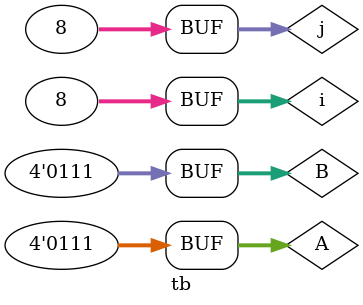
<source format=v>
module fourbit_mul (output [7:0] p,
                   input [3:0] a, b);
  
  
  //0
  assign p[0] = a[0] & b[0];
  
  //1
  wire aa;
  wire a1, a2;
  assign a1 = a[0] & b[1];
  assign a2 = a[1] & b[0];
  half_adder i1 (.a(a1), .b(a2), .sum(p[1]), .cout(aa));
  
  //2
  wire bb,c,d;
  wire b1,b2,b3;
  assign b1 = a[1] & b[1];
  assign b2 = a[2] & b[0];
  assign b3 = a[0] & b[2];
  full_adder i2 (.a(b1), .b(b2), .cin(aa), .sum(c), .cout(bb));
  half_adder i3 (.a(b3), .b(c), .sum(p[2]), .cout(d));
  
  //3
  wire e,f,g,h,q;
  wire c1,c2,c3,c4;
  assign c1 = a[2] & b[1];
  assign c2 = a[3] & b[0];
  assign c3 = a[1] & b[2];
  assign c4 = a[0] & b[3];
  full_adder i4 (.a(c1), .b(c2), .cin(bb), .sum(f), .cout(e));
  full_adder i5 (.a(f), .b(c3), .cin(d), .sum(h), .cout(g));
  half_adder i6 (.a(c4), .b(h), .sum(p[3]), .cout(q));
  
  //4
  wire i,j,k,l,r;
  wire d1,d2,d3;
  assign d1 = a[3] & b[1];
  assign d2 = a[2] & b[2];
  assign d3 = a[1] & b[3];
  half_adder i7 (.a(d1), .b(e), .sum(i), .cout(l));
  full_adder i8 (.a(d2), .b(i), .cin(g), .sum(k), .cout(j));
  full_adder i9 (.a(k), .b(d3), .cin(q), .sum(p[4]), .cout(r));
  
  //5
  wire m,n,s;
  wire e1,e2;
  assign e1 = a[3] & b[2];
  assign e2 = a[2] & b[3];
  full_adder i10 (.a(l), .b(e1), .cin(j), .sum(m), .cout(n));
  full_adder i11 (.a(m), .b(e2), .cin(r), .sum(p[5]), .cout(s)); 
  
  //6,7
  wire f1;
  assign f1 = a[3] & b[3];
  full_adder i12 (.a(f1), .b(n), .cin(s), .sum(p[6]), .cout(p[7]));
  
endmodule


module half_adder (output sum, cout,
                   input a,b);
  assign sum = a ^ b;
  assign cout = a & b;

endmodule

module full_adder (output sum, cout,
                   input a, b, cin);
  
  assign {cout, sum} = a+b+cin;
  
endmodule

//testbench
module tb;
  reg [3:0] A, B;
  wire [7:0] P;
  integer i,j;
  
  fourbit_mul u1 (.p(P), .a(A), .b(B));
  
  initial
    begin
      A <= 0;
      B <= 0;
      
      
      $monitor ("time=%t, a=%d, b=%d, p=%b, p=%d", $time,A,B,P,P);
      
      for (i=0; i< 8; i=i+1)
        for (j=0; j< 8; j=j+1)
          begin
            A = i;
            B = j;
            #10;
          end
    end
endmodule

</source>
